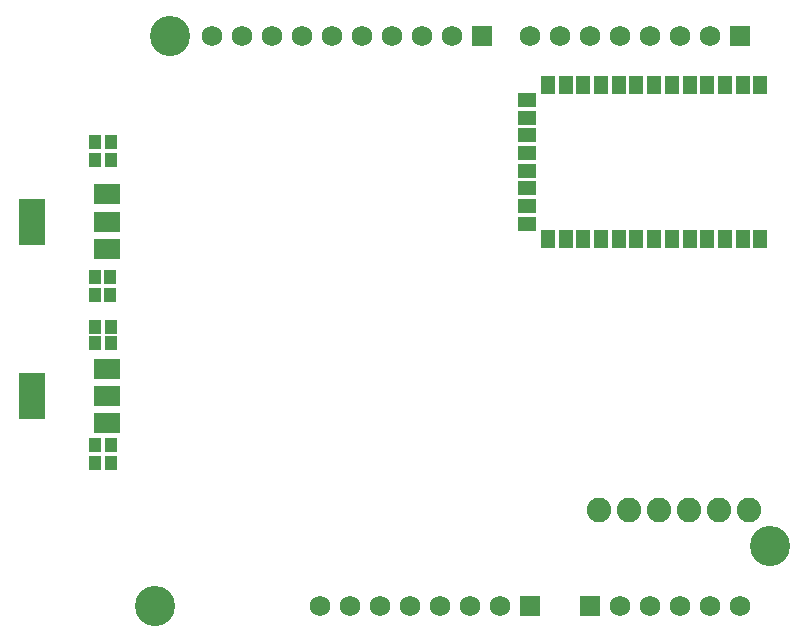
<source format=gbs>
G04 Layer_Color=16711935*
%FSLAX25Y25*%
%MOIN*%
G70*
G01*
G75*
%ADD55R,0.04343X0.04737*%
%ADD68C,0.08200*%
%ADD69R,0.06800X0.06800*%
%ADD70C,0.06800*%
%ADD71C,0.13398*%
%ADD72R,0.08674X0.15761*%
%ADD73R,0.08674X0.06706*%
%ADD74R,0.05918X0.04737*%
%ADD75R,0.04737X0.05918*%
D55*
X40181Y63500D02*
D03*
X34866D02*
D03*
X40181Y57500D02*
D03*
X34866D02*
D03*
X40181Y97500D02*
D03*
X34866D02*
D03*
X40181Y103000D02*
D03*
X34866D02*
D03*
X40157Y113500D02*
D03*
X34843D02*
D03*
X40157Y119500D02*
D03*
X34843D02*
D03*
X40181Y164500D02*
D03*
X34866D02*
D03*
X40181Y158500D02*
D03*
X34866D02*
D03*
D68*
X253000Y42000D02*
D03*
X243000D02*
D03*
X233000D02*
D03*
X223000D02*
D03*
X213000D02*
D03*
X203000D02*
D03*
D69*
X250000Y200000D02*
D03*
X200000Y10000D02*
D03*
X164000Y200000D02*
D03*
X180000Y10000D02*
D03*
D70*
X220000Y200000D02*
D03*
X210000D02*
D03*
X200000D02*
D03*
X190000D02*
D03*
X180000D02*
D03*
X240000D02*
D03*
X230000D02*
D03*
X250000Y10000D02*
D03*
X240000D02*
D03*
X230000D02*
D03*
X220000D02*
D03*
X210000D02*
D03*
X74000Y200000D02*
D03*
X84000D02*
D03*
X94000D02*
D03*
X104000D02*
D03*
X114000D02*
D03*
X124000D02*
D03*
X134000D02*
D03*
X144000D02*
D03*
X154000D02*
D03*
X160000Y10000D02*
D03*
X170000D02*
D03*
X110000D02*
D03*
X120000D02*
D03*
X130000D02*
D03*
X140000D02*
D03*
X150000D02*
D03*
D71*
X60000Y200000D02*
D03*
X55000Y10000D02*
D03*
X260000Y30000D02*
D03*
D72*
X14098Y79772D02*
D03*
Y138000D02*
D03*
D73*
X38902Y70717D02*
D03*
Y79772D02*
D03*
Y88827D02*
D03*
Y128945D02*
D03*
Y138000D02*
D03*
Y147055D02*
D03*
D74*
X178858Y154957D02*
D03*
Y137240D02*
D03*
Y143146D02*
D03*
Y149051D02*
D03*
Y160862D02*
D03*
Y166768D02*
D03*
Y172673D02*
D03*
Y178579D02*
D03*
D75*
X185945Y183500D02*
D03*
X191850D02*
D03*
X197756D02*
D03*
X203661D02*
D03*
X209567D02*
D03*
X215472D02*
D03*
X221378D02*
D03*
X227284D02*
D03*
X233189D02*
D03*
X239094D02*
D03*
X245000D02*
D03*
X250905D02*
D03*
X256811D02*
D03*
Y132319D02*
D03*
X250905D02*
D03*
X245000D02*
D03*
X239094D02*
D03*
X233189D02*
D03*
X227284D02*
D03*
X221378D02*
D03*
X215472D02*
D03*
X209567D02*
D03*
X203661D02*
D03*
X197756D02*
D03*
X191850D02*
D03*
X185945D02*
D03*
M02*

</source>
